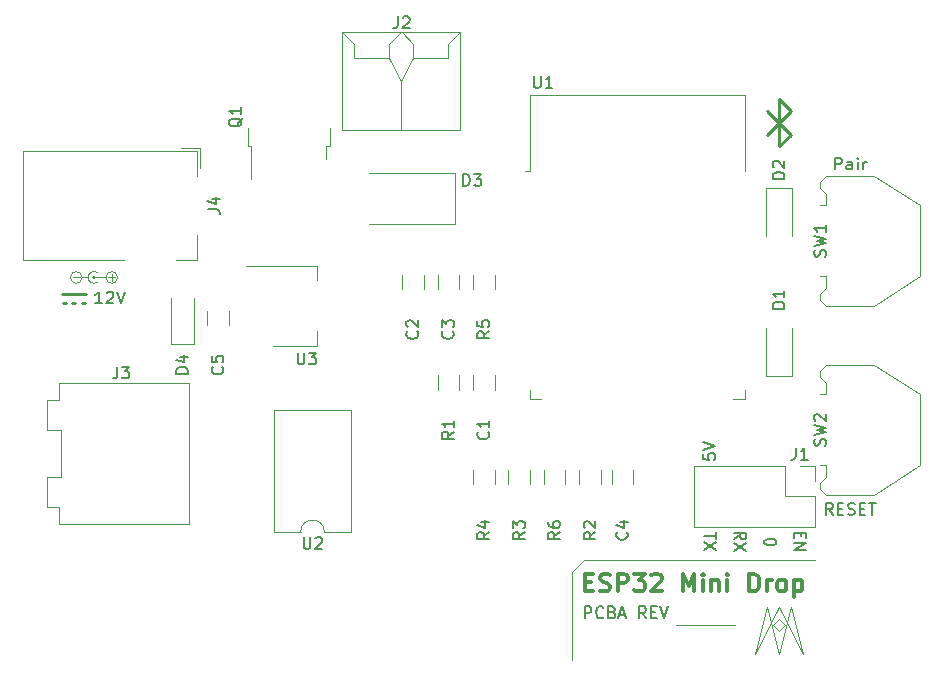
<source format=gbr>
%TF.GenerationSoftware,KiCad,Pcbnew,(5.1.6)-1*%
%TF.CreationDate,2020-09-26T11:25:42+02:00*%
%TF.ProjectId,ESP32MiniDrop,45535033-324d-4696-9e69-44726f702e6b,rev?*%
%TF.SameCoordinates,Original*%
%TF.FileFunction,Legend,Top*%
%TF.FilePolarity,Positive*%
%FSLAX46Y46*%
G04 Gerber Fmt 4.6, Leading zero omitted, Abs format (unit mm)*
G04 Created by KiCad (PCBNEW (5.1.6)-1) date 2020-09-26 11:25:42*
%MOMM*%
%LPD*%
G01*
G04 APERTURE LIST*
%ADD10C,0.150000*%
%ADD11C,0.120000*%
%ADD12C,0.200000*%
%ADD13C,0.250000*%
%ADD14C,0.300000*%
G04 APERTURE END LIST*
D10*
X55586380Y-36004476D02*
X55586380Y-36480666D01*
X56062571Y-36528285D01*
X56014952Y-36480666D01*
X55967333Y-36385428D01*
X55967333Y-36147333D01*
X56014952Y-36052095D01*
X56062571Y-36004476D01*
X56157809Y-35956857D01*
X56395904Y-35956857D01*
X56491142Y-36004476D01*
X56538761Y-36052095D01*
X56586380Y-36147333D01*
X56586380Y-36385428D01*
X56538761Y-36480666D01*
X56491142Y-36528285D01*
X55586380Y-35671142D02*
X56586380Y-35337809D01*
X55586380Y-35004476D01*
X56681619Y-42672095D02*
X56681619Y-43243523D01*
X55681619Y-42957809D02*
X56681619Y-42957809D01*
X56681619Y-43481619D02*
X55681619Y-44148285D01*
X56681619Y-44148285D02*
X55681619Y-43481619D01*
X58221619Y-43267333D02*
X58697809Y-42934000D01*
X58221619Y-42695904D02*
X59221619Y-42695904D01*
X59221619Y-43076857D01*
X59174000Y-43172095D01*
X59126380Y-43219714D01*
X59031142Y-43267333D01*
X58888285Y-43267333D01*
X58793047Y-43219714D01*
X58745428Y-43172095D01*
X58697809Y-43076857D01*
X58697809Y-42695904D01*
X59221619Y-43600666D02*
X58221619Y-44267333D01*
X59221619Y-44267333D02*
X58221619Y-43600666D01*
X61761619Y-43452380D02*
X61761619Y-43547619D01*
X61714000Y-43642857D01*
X61666380Y-43690476D01*
X61571142Y-43738095D01*
X61380666Y-43785714D01*
X61142571Y-43785714D01*
X60952095Y-43738095D01*
X60856857Y-43690476D01*
X60809238Y-43642857D01*
X60761619Y-43547619D01*
X60761619Y-43452380D01*
X60809238Y-43357142D01*
X60856857Y-43309523D01*
X60952095Y-43261904D01*
X61142571Y-43214285D01*
X61380666Y-43214285D01*
X61571142Y-43261904D01*
X61666380Y-43309523D01*
X61714000Y-43357142D01*
X61761619Y-43452380D01*
X63825428Y-42695904D02*
X63825428Y-43029238D01*
X63301619Y-43172095D02*
X63301619Y-42695904D01*
X64301619Y-42695904D01*
X64301619Y-43172095D01*
X63301619Y-43600666D02*
X64301619Y-43600666D01*
X63301619Y-44172095D01*
X64301619Y-44172095D01*
D11*
X62000000Y-50000000D02*
X61500000Y-50500000D01*
X62500000Y-50500000D02*
X62000000Y-50000000D01*
X62000000Y-51000000D02*
X62500000Y-50500000D01*
X61500000Y-50500000D02*
X62000000Y-51000000D01*
X62000000Y-49000000D02*
X60000000Y-53000000D01*
X64000000Y-53000000D02*
X62000000Y-49000000D01*
X63000000Y-49000000D02*
X64000000Y-53000000D01*
X62000000Y-53000000D02*
X63000000Y-49000000D01*
X61000000Y-49000000D02*
X62000000Y-53000000D01*
X60000000Y-53000000D02*
X61000000Y-49000000D01*
X2200000Y-21100000D02*
X2800000Y-21100000D01*
X3000000Y-21100000D02*
G75*
G03*
X3000000Y-21100000I-500000J0D01*
G01*
X3500000Y-21100000D02*
X3000000Y-21100000D01*
X4300000Y-21500000D02*
G75*
G02*
X4300000Y-20700000I-300000J400000D01*
G01*
X5200000Y-21100000D02*
X5800000Y-21100000D01*
X5500000Y-20800000D02*
X5500000Y-21400000D01*
X6000000Y-21100000D02*
G75*
G03*
X6000000Y-21100000I-500000J0D01*
G01*
X4000000Y-21100000D02*
X5000000Y-21100000D01*
D12*
X4100000Y-21100000D02*
G75*
G03*
X4100000Y-21100000I-100000J0D01*
G01*
D13*
X3000000Y-23300000D02*
X3250000Y-23300000D01*
X2150000Y-23300000D02*
X2400000Y-23300000D01*
X1350000Y-23300000D02*
X1600000Y-23300000D01*
X1300000Y-22500000D02*
X3300000Y-22500000D01*
D10*
X4680952Y-23302380D02*
X4109523Y-23302380D01*
X4395238Y-23302380D02*
X4395238Y-22302380D01*
X4300000Y-22445238D01*
X4204761Y-22540476D01*
X4109523Y-22588095D01*
X5061904Y-22397619D02*
X5109523Y-22350000D01*
X5204761Y-22302380D01*
X5442857Y-22302380D01*
X5538095Y-22350000D01*
X5585714Y-22397619D01*
X5633333Y-22492857D01*
X5633333Y-22588095D01*
X5585714Y-22730952D01*
X5014285Y-23302380D01*
X5633333Y-23302380D01*
X5919047Y-22302380D02*
X6252380Y-23302380D01*
X6585714Y-22302380D01*
X66547619Y-41202380D02*
X66214285Y-40726190D01*
X65976190Y-41202380D02*
X65976190Y-40202380D01*
X66357142Y-40202380D01*
X66452380Y-40250000D01*
X66500000Y-40297619D01*
X66547619Y-40392857D01*
X66547619Y-40535714D01*
X66500000Y-40630952D01*
X66452380Y-40678571D01*
X66357142Y-40726190D01*
X65976190Y-40726190D01*
X66976190Y-40678571D02*
X67309523Y-40678571D01*
X67452380Y-41202380D02*
X66976190Y-41202380D01*
X66976190Y-40202380D01*
X67452380Y-40202380D01*
X67833333Y-41154761D02*
X67976190Y-41202380D01*
X68214285Y-41202380D01*
X68309523Y-41154761D01*
X68357142Y-41107142D01*
X68404761Y-41011904D01*
X68404761Y-40916666D01*
X68357142Y-40821428D01*
X68309523Y-40773809D01*
X68214285Y-40726190D01*
X68023809Y-40678571D01*
X67928571Y-40630952D01*
X67880952Y-40583333D01*
X67833333Y-40488095D01*
X67833333Y-40392857D01*
X67880952Y-40297619D01*
X67928571Y-40250000D01*
X68023809Y-40202380D01*
X68261904Y-40202380D01*
X68404761Y-40250000D01*
X68833333Y-40678571D02*
X69166666Y-40678571D01*
X69309523Y-41202380D02*
X68833333Y-41202380D01*
X68833333Y-40202380D01*
X69309523Y-40202380D01*
X69595238Y-40202380D02*
X70166666Y-40202380D01*
X69880952Y-41202380D02*
X69880952Y-40202380D01*
X66738095Y-11952380D02*
X66738095Y-10952380D01*
X67119047Y-10952380D01*
X67214285Y-11000000D01*
X67261904Y-11047619D01*
X67309523Y-11142857D01*
X67309523Y-11285714D01*
X67261904Y-11380952D01*
X67214285Y-11428571D01*
X67119047Y-11476190D01*
X66738095Y-11476190D01*
X68166666Y-11952380D02*
X68166666Y-11428571D01*
X68119047Y-11333333D01*
X68023809Y-11285714D01*
X67833333Y-11285714D01*
X67738095Y-11333333D01*
X68166666Y-11904761D02*
X68071428Y-11952380D01*
X67833333Y-11952380D01*
X67738095Y-11904761D01*
X67690476Y-11809523D01*
X67690476Y-11714285D01*
X67738095Y-11619047D01*
X67833333Y-11571428D01*
X68071428Y-11571428D01*
X68166666Y-11523809D01*
X68642857Y-11952380D02*
X68642857Y-11285714D01*
X68642857Y-10952380D02*
X68595238Y-11000000D01*
X68642857Y-11047619D01*
X68690476Y-11000000D01*
X68642857Y-10952380D01*
X68642857Y-11047619D01*
X69119047Y-11952380D02*
X69119047Y-11285714D01*
X69119047Y-11476190D02*
X69166666Y-11380952D01*
X69214285Y-11333333D01*
X69309523Y-11285714D01*
X69404761Y-11285714D01*
D13*
X62000000Y-8000000D02*
X61000000Y-9000000D01*
X63000000Y-9000000D02*
X62000000Y-8000000D01*
X62000000Y-10000000D02*
X63000000Y-9000000D01*
X62000000Y-6000000D02*
X62000000Y-10000000D01*
X63000000Y-7000000D02*
X62000000Y-6000000D01*
X62000000Y-8000000D02*
X63000000Y-7000000D01*
X61000000Y-7000000D02*
X62000000Y-8000000D01*
D11*
X53250000Y-50500000D02*
X58250000Y-50500000D01*
D10*
X45547619Y-49952380D02*
X45547619Y-48952380D01*
X45928571Y-48952380D01*
X46023809Y-49000000D01*
X46071428Y-49047619D01*
X46119047Y-49142857D01*
X46119047Y-49285714D01*
X46071428Y-49380952D01*
X46023809Y-49428571D01*
X45928571Y-49476190D01*
X45547619Y-49476190D01*
X47119047Y-49857142D02*
X47071428Y-49904761D01*
X46928571Y-49952380D01*
X46833333Y-49952380D01*
X46690476Y-49904761D01*
X46595238Y-49809523D01*
X46547619Y-49714285D01*
X46500000Y-49523809D01*
X46500000Y-49380952D01*
X46547619Y-49190476D01*
X46595238Y-49095238D01*
X46690476Y-49000000D01*
X46833333Y-48952380D01*
X46928571Y-48952380D01*
X47071428Y-49000000D01*
X47119047Y-49047619D01*
X47880952Y-49428571D02*
X48023809Y-49476190D01*
X48071428Y-49523809D01*
X48119047Y-49619047D01*
X48119047Y-49761904D01*
X48071428Y-49857142D01*
X48023809Y-49904761D01*
X47928571Y-49952380D01*
X47547619Y-49952380D01*
X47547619Y-48952380D01*
X47880952Y-48952380D01*
X47976190Y-49000000D01*
X48023809Y-49047619D01*
X48071428Y-49142857D01*
X48071428Y-49238095D01*
X48023809Y-49333333D01*
X47976190Y-49380952D01*
X47880952Y-49428571D01*
X47547619Y-49428571D01*
X48500000Y-49666666D02*
X48976190Y-49666666D01*
X48404761Y-49952380D02*
X48738095Y-48952380D01*
X49071428Y-49952380D01*
X50738095Y-49952380D02*
X50404761Y-49476190D01*
X50166666Y-49952380D02*
X50166666Y-48952380D01*
X50547619Y-48952380D01*
X50642857Y-49000000D01*
X50690476Y-49047619D01*
X50738095Y-49142857D01*
X50738095Y-49285714D01*
X50690476Y-49380952D01*
X50642857Y-49428571D01*
X50547619Y-49476190D01*
X50166666Y-49476190D01*
X51166666Y-49428571D02*
X51500000Y-49428571D01*
X51642857Y-49952380D02*
X51166666Y-49952380D01*
X51166666Y-48952380D01*
X51642857Y-48952380D01*
X51928571Y-48952380D02*
X52261904Y-49952380D01*
X52595238Y-48952380D01*
D11*
X44500000Y-48000000D02*
X44500000Y-53500000D01*
X45500000Y-45000000D02*
X65000000Y-45000000D01*
X44500000Y-46000000D02*
X45500000Y-45000000D01*
X44500000Y-48000000D02*
X44500000Y-46000000D01*
D14*
X45552142Y-46892857D02*
X46052142Y-46892857D01*
X46266428Y-47678571D02*
X45552142Y-47678571D01*
X45552142Y-46178571D01*
X46266428Y-46178571D01*
X46837857Y-47607142D02*
X47052142Y-47678571D01*
X47409285Y-47678571D01*
X47552142Y-47607142D01*
X47623571Y-47535714D01*
X47695000Y-47392857D01*
X47695000Y-47250000D01*
X47623571Y-47107142D01*
X47552142Y-47035714D01*
X47409285Y-46964285D01*
X47123571Y-46892857D01*
X46980714Y-46821428D01*
X46909285Y-46750000D01*
X46837857Y-46607142D01*
X46837857Y-46464285D01*
X46909285Y-46321428D01*
X46980714Y-46250000D01*
X47123571Y-46178571D01*
X47480714Y-46178571D01*
X47695000Y-46250000D01*
X48337857Y-47678571D02*
X48337857Y-46178571D01*
X48909285Y-46178571D01*
X49052142Y-46250000D01*
X49123571Y-46321428D01*
X49195000Y-46464285D01*
X49195000Y-46678571D01*
X49123571Y-46821428D01*
X49052142Y-46892857D01*
X48909285Y-46964285D01*
X48337857Y-46964285D01*
X49695000Y-46178571D02*
X50623571Y-46178571D01*
X50123571Y-46750000D01*
X50337857Y-46750000D01*
X50480714Y-46821428D01*
X50552142Y-46892857D01*
X50623571Y-47035714D01*
X50623571Y-47392857D01*
X50552142Y-47535714D01*
X50480714Y-47607142D01*
X50337857Y-47678571D01*
X49909285Y-47678571D01*
X49766428Y-47607142D01*
X49695000Y-47535714D01*
X51195000Y-46321428D02*
X51266428Y-46250000D01*
X51409285Y-46178571D01*
X51766428Y-46178571D01*
X51909285Y-46250000D01*
X51980714Y-46321428D01*
X52052142Y-46464285D01*
X52052142Y-46607142D01*
X51980714Y-46821428D01*
X51123571Y-47678571D01*
X52052142Y-47678571D01*
X53837857Y-47678571D02*
X53837857Y-46178571D01*
X54337857Y-47250000D01*
X54837857Y-46178571D01*
X54837857Y-47678571D01*
X55552142Y-47678571D02*
X55552142Y-46678571D01*
X55552142Y-46178571D02*
X55480714Y-46250000D01*
X55552142Y-46321428D01*
X55623571Y-46250000D01*
X55552142Y-46178571D01*
X55552142Y-46321428D01*
X56266428Y-46678571D02*
X56266428Y-47678571D01*
X56266428Y-46821428D02*
X56337857Y-46750000D01*
X56480714Y-46678571D01*
X56695000Y-46678571D01*
X56837857Y-46750000D01*
X56909285Y-46892857D01*
X56909285Y-47678571D01*
X57623571Y-47678571D02*
X57623571Y-46678571D01*
X57623571Y-46178571D02*
X57552142Y-46250000D01*
X57623571Y-46321428D01*
X57695000Y-46250000D01*
X57623571Y-46178571D01*
X57623571Y-46321428D01*
X59480714Y-47678571D02*
X59480714Y-46178571D01*
X59837857Y-46178571D01*
X60052142Y-46250000D01*
X60195000Y-46392857D01*
X60266428Y-46535714D01*
X60337857Y-46821428D01*
X60337857Y-47035714D01*
X60266428Y-47321428D01*
X60195000Y-47464285D01*
X60052142Y-47607142D01*
X59837857Y-47678571D01*
X59480714Y-47678571D01*
X60980714Y-47678571D02*
X60980714Y-46678571D01*
X60980714Y-46964285D02*
X61052142Y-46821428D01*
X61123571Y-46750000D01*
X61266428Y-46678571D01*
X61409285Y-46678571D01*
X62123571Y-47678571D02*
X61980714Y-47607142D01*
X61909285Y-47535714D01*
X61837857Y-47392857D01*
X61837857Y-46964285D01*
X61909285Y-46821428D01*
X61980714Y-46750000D01*
X62123571Y-46678571D01*
X62337857Y-46678571D01*
X62480714Y-46750000D01*
X62552142Y-46821428D01*
X62623571Y-46964285D01*
X62623571Y-47392857D01*
X62552142Y-47535714D01*
X62480714Y-47607142D01*
X62337857Y-47678571D01*
X62123571Y-47678571D01*
X63266428Y-46678571D02*
X63266428Y-48178571D01*
X63266428Y-46750000D02*
X63409285Y-46678571D01*
X63695000Y-46678571D01*
X63837857Y-46750000D01*
X63909285Y-46821428D01*
X63980714Y-46964285D01*
X63980714Y-47392857D01*
X63909285Y-47535714D01*
X63837857Y-47607142D01*
X63695000Y-47678571D01*
X63409285Y-47678571D01*
X63266428Y-47607142D01*
D11*
%TO.C,J3*%
X12000000Y-30000000D02*
X1000000Y-30000000D01*
X1000000Y-42000000D02*
X12000000Y-42000000D01*
X0Y-34000000D02*
X1200000Y-34000000D01*
X1200000Y-38000000D02*
X0Y-38000000D01*
X1200000Y-34000000D02*
X1200000Y-38000000D01*
X0Y-34000000D02*
X0Y-31500000D01*
X0Y-31500000D02*
X1000000Y-31500000D01*
X1000000Y-31500000D02*
X1000000Y-30000000D01*
X0Y-38000000D02*
X0Y-40500000D01*
X0Y-40500000D02*
X1000000Y-40500000D01*
X1000000Y-40500000D02*
X1000000Y-42000000D01*
X12000000Y-42000000D02*
X12000000Y-30000000D01*
%TO.C,SW2*%
X66000000Y-30000000D02*
X66000000Y-31000000D01*
X65500000Y-29500000D02*
X66000000Y-30000000D01*
X66000000Y-31000000D02*
X65500000Y-31000000D01*
X66000000Y-28500000D02*
X65500000Y-29000000D01*
X65500000Y-29000000D02*
X65500000Y-29500000D01*
X66000000Y-37000000D02*
X65500000Y-37000000D01*
X66000000Y-38000000D02*
X66000000Y-37000000D01*
X65500000Y-38500000D02*
X66000000Y-38000000D01*
X65500000Y-39000000D02*
X65500000Y-38500000D01*
X66000000Y-39500000D02*
X65500000Y-39000000D01*
X73900000Y-37000000D02*
X70000000Y-39500000D01*
X70000000Y-39500000D02*
X66000000Y-39500000D01*
X70000000Y-28500000D02*
X66000000Y-28500000D01*
X73900000Y-31000000D02*
X70000000Y-28500000D01*
X73900000Y-34000000D02*
X73900000Y-31000000D01*
X73900000Y-37000000D02*
X73900000Y-34000000D01*
%TO.C,SW1*%
X66000000Y-14000000D02*
X66000000Y-15000000D01*
X65500000Y-13500000D02*
X66000000Y-14000000D01*
X66000000Y-15000000D02*
X65500000Y-15000000D01*
X66000000Y-12500000D02*
X65500000Y-13000000D01*
X65500000Y-13000000D02*
X65500000Y-13500000D01*
X66000000Y-21000000D02*
X65500000Y-21000000D01*
X66000000Y-22000000D02*
X66000000Y-21000000D01*
X65500000Y-22500000D02*
X66000000Y-22000000D01*
X65500000Y-23000000D02*
X65500000Y-22500000D01*
X66000000Y-23500000D02*
X65500000Y-23000000D01*
X73900000Y-21000000D02*
X70000000Y-23500000D01*
X70000000Y-23500000D02*
X66000000Y-23500000D01*
X70000000Y-12500000D02*
X66000000Y-12500000D01*
X73900000Y-15000000D02*
X70000000Y-12500000D01*
X73900000Y-18000000D02*
X73900000Y-15000000D01*
X73900000Y-21000000D02*
X73900000Y-18000000D01*
%TO.C,J4*%
X6500000Y-19600000D02*
X-2000000Y-19600000D01*
X-2000000Y-19600000D02*
X-2000000Y-10400000D01*
X-2000000Y-10400000D02*
X12700000Y-10400000D01*
X12700000Y-17500000D02*
X12700000Y-19600000D01*
X12700000Y-19600000D02*
X10900000Y-19600000D01*
X13000000Y-11800000D02*
X13000000Y-10100000D01*
X13000000Y-10100000D02*
X11400000Y-10100000D01*
X12700000Y-10400000D02*
X12700000Y-12500000D01*
%TO.C,J2*%
X30000000Y-4500000D02*
X30000000Y-8650000D01*
X30000000Y-4500000D02*
X31000000Y-2500000D01*
X29000000Y-2500000D02*
X30000000Y-4500000D01*
X35000000Y-350000D02*
X34000000Y-1350000D01*
X34000000Y-1350000D02*
X34000000Y-2500000D01*
X31000000Y-2500000D02*
X31000000Y-1350000D01*
X34000000Y-2500000D02*
X31000000Y-2500000D01*
X31000000Y-1350000D02*
X30050000Y-350000D01*
X29000000Y-1350000D02*
X29950000Y-350000D01*
X29000000Y-2500000D02*
X29000000Y-1350000D01*
X26000000Y-2500000D02*
X29000000Y-2500000D01*
X26000000Y-1350000D02*
X26000000Y-2500000D01*
X25000000Y-350000D02*
X26000000Y-1350000D01*
X35000000Y-8650000D02*
X25000000Y-8650000D01*
X35000000Y-350000D02*
X35000000Y-8650000D01*
X25000000Y-350000D02*
X35000000Y-350000D01*
X25000000Y-8650000D02*
X25000000Y-350000D01*
%TO.C,U2*%
X19265000Y-42640000D02*
X21500000Y-42640000D01*
X19265000Y-32360000D02*
X19265000Y-42640000D01*
X25735000Y-32360000D02*
X19265000Y-32360000D01*
X25735000Y-42640000D02*
X25735000Y-32360000D01*
X23500000Y-42640000D02*
X25735000Y-42640000D01*
X21500000Y-42640000D02*
G75*
G02*
X23500000Y-42640000I1000000J0D01*
G01*
%TO.C,R3*%
X39090000Y-37397936D02*
X39090000Y-38602064D01*
X40910000Y-37397936D02*
X40910000Y-38602064D01*
%TO.C,U1*%
X40880000Y-12055000D02*
X40500000Y-12055000D01*
X40880000Y-5635000D02*
X40880000Y-12055000D01*
X59120000Y-5635000D02*
X59120000Y-12055000D01*
X40880000Y-5635000D02*
X59120000Y-5635000D01*
X59120000Y-31380000D02*
X58120000Y-31380000D01*
X59120000Y-30600000D02*
X59120000Y-31380000D01*
X40880000Y-31380000D02*
X41880000Y-31380000D01*
X40880000Y-30600000D02*
X40880000Y-31380000D01*
%TO.C,R5*%
X37910000Y-22102064D02*
X37910000Y-20897936D01*
X36090000Y-22102064D02*
X36090000Y-20897936D01*
%TO.C,R6*%
X43910000Y-38602064D02*
X43910000Y-37397936D01*
X42090000Y-38602064D02*
X42090000Y-37397936D01*
%TO.C,R4*%
X37910000Y-38602064D02*
X37910000Y-37397936D01*
X36090000Y-38602064D02*
X36090000Y-37397936D01*
%TO.C,R2*%
X46910000Y-38602064D02*
X46910000Y-37397936D01*
X45090000Y-38602064D02*
X45090000Y-37397936D01*
%TO.C,R1*%
X33090000Y-29397936D02*
X33090000Y-30602064D01*
X34910000Y-29397936D02*
X34910000Y-30602064D01*
%TO.C,C3*%
X34910000Y-22102064D02*
X34910000Y-20897936D01*
X33090000Y-22102064D02*
X33090000Y-20897936D01*
%TO.C,C4*%
X49660000Y-38602064D02*
X49660000Y-37397936D01*
X47840000Y-38602064D02*
X47840000Y-37397936D01*
%TO.C,C1*%
X36090000Y-29397936D02*
X36090000Y-30602064D01*
X37910000Y-29397936D02*
X37910000Y-30602064D01*
%TO.C,J1*%
X65084000Y-37024000D02*
X65084000Y-38354000D01*
X63754000Y-37024000D02*
X65084000Y-37024000D01*
X65084000Y-39624000D02*
X65084000Y-42224000D01*
X62484000Y-39624000D02*
X65084000Y-39624000D01*
X62484000Y-37024000D02*
X62484000Y-39624000D01*
X65084000Y-42224000D02*
X54804000Y-42224000D01*
X62484000Y-37024000D02*
X54804000Y-37024000D01*
X54804000Y-37024000D02*
X54804000Y-42224000D01*
%TO.C,C2*%
X30090000Y-20897936D02*
X30090000Y-22102064D01*
X31910000Y-20897936D02*
X31910000Y-22102064D01*
%TO.C,C5*%
X13590000Y-23897936D02*
X13590000Y-25102064D01*
X15410000Y-23897936D02*
X15410000Y-25102064D01*
%TO.C,D1*%
X63135000Y-29460000D02*
X63135000Y-25400000D01*
X60865000Y-29460000D02*
X63135000Y-29460000D01*
X60865000Y-25400000D02*
X60865000Y-29460000D01*
%TO.C,D2*%
X60865000Y-13540000D02*
X60865000Y-17600000D01*
X63135000Y-13540000D02*
X60865000Y-13540000D01*
X63135000Y-17600000D02*
X63135000Y-13540000D01*
%TO.C,D4*%
X10500000Y-26700000D02*
X10500000Y-22850000D01*
X12500000Y-26700000D02*
X12500000Y-22850000D01*
X10500000Y-26700000D02*
X12500000Y-26700000D01*
%TO.C,D3*%
X34600000Y-16550000D02*
X27300000Y-16550000D01*
X34600000Y-12250000D02*
X27300000Y-12250000D01*
X34600000Y-16550000D02*
X34600000Y-12250000D01*
%TO.C,U3*%
X16900000Y-20090000D02*
X22910000Y-20090000D01*
X19150000Y-26910000D02*
X22910000Y-26910000D01*
X22910000Y-20090000D02*
X22910000Y-21350000D01*
X22910000Y-26910000D02*
X22910000Y-25650000D01*
%TO.C,Q1*%
X23680000Y-9970000D02*
X23680000Y-11070000D01*
X23950000Y-9970000D02*
X23680000Y-9970000D01*
X23950000Y-8470000D02*
X23950000Y-9970000D01*
X17320000Y-9970000D02*
X17320000Y-12800000D01*
X17050000Y-9970000D02*
X17320000Y-9970000D01*
X17050000Y-8470000D02*
X17050000Y-9970000D01*
%TO.C,J3*%
D10*
X5966666Y-28652380D02*
X5966666Y-29366666D01*
X5919047Y-29509523D01*
X5823809Y-29604761D01*
X5680952Y-29652380D01*
X5585714Y-29652380D01*
X6347619Y-28652380D02*
X6966666Y-28652380D01*
X6633333Y-29033333D01*
X6776190Y-29033333D01*
X6871428Y-29080952D01*
X6919047Y-29128571D01*
X6966666Y-29223809D01*
X6966666Y-29461904D01*
X6919047Y-29557142D01*
X6871428Y-29604761D01*
X6776190Y-29652380D01*
X6490476Y-29652380D01*
X6395238Y-29604761D01*
X6347619Y-29557142D01*
%TO.C,SW2*%
X65904761Y-35333333D02*
X65952380Y-35190476D01*
X65952380Y-34952380D01*
X65904761Y-34857142D01*
X65857142Y-34809523D01*
X65761904Y-34761904D01*
X65666666Y-34761904D01*
X65571428Y-34809523D01*
X65523809Y-34857142D01*
X65476190Y-34952380D01*
X65428571Y-35142857D01*
X65380952Y-35238095D01*
X65333333Y-35285714D01*
X65238095Y-35333333D01*
X65142857Y-35333333D01*
X65047619Y-35285714D01*
X65000000Y-35238095D01*
X64952380Y-35142857D01*
X64952380Y-34904761D01*
X65000000Y-34761904D01*
X64952380Y-34428571D02*
X65952380Y-34190476D01*
X65238095Y-34000000D01*
X65952380Y-33809523D01*
X64952380Y-33571428D01*
X65047619Y-33238095D02*
X65000000Y-33190476D01*
X64952380Y-33095238D01*
X64952380Y-32857142D01*
X65000000Y-32761904D01*
X65047619Y-32714285D01*
X65142857Y-32666666D01*
X65238095Y-32666666D01*
X65380952Y-32714285D01*
X65952380Y-33285714D01*
X65952380Y-32666666D01*
%TO.C,SW1*%
X65904761Y-19333333D02*
X65952380Y-19190476D01*
X65952380Y-18952380D01*
X65904761Y-18857142D01*
X65857142Y-18809523D01*
X65761904Y-18761904D01*
X65666666Y-18761904D01*
X65571428Y-18809523D01*
X65523809Y-18857142D01*
X65476190Y-18952380D01*
X65428571Y-19142857D01*
X65380952Y-19238095D01*
X65333333Y-19285714D01*
X65238095Y-19333333D01*
X65142857Y-19333333D01*
X65047619Y-19285714D01*
X65000000Y-19238095D01*
X64952380Y-19142857D01*
X64952380Y-18904761D01*
X65000000Y-18761904D01*
X64952380Y-18428571D02*
X65952380Y-18190476D01*
X65238095Y-18000000D01*
X65952380Y-17809523D01*
X64952380Y-17571428D01*
X65952380Y-16666666D02*
X65952380Y-17238095D01*
X65952380Y-16952380D02*
X64952380Y-16952380D01*
X65095238Y-17047619D01*
X65190476Y-17142857D01*
X65238095Y-17238095D01*
%TO.C,J4*%
X13652380Y-15333333D02*
X14366666Y-15333333D01*
X14509523Y-15380952D01*
X14604761Y-15476190D01*
X14652380Y-15619047D01*
X14652380Y-15714285D01*
X13985714Y-14428571D02*
X14652380Y-14428571D01*
X13604761Y-14666666D02*
X14319047Y-14904761D01*
X14319047Y-14285714D01*
%TO.C,J2*%
X29716666Y997619D02*
X29716666Y283333D01*
X29669047Y140476D01*
X29573809Y45238D01*
X29430952Y-2380D01*
X29335714Y-2380D01*
X30145238Y902380D02*
X30192857Y950000D01*
X30288095Y997619D01*
X30526190Y997619D01*
X30621428Y950000D01*
X30669047Y902380D01*
X30716666Y807142D01*
X30716666Y711904D01*
X30669047Y569047D01*
X30097619Y-2380D01*
X30716666Y-2380D01*
%TO.C,U2*%
X21738095Y-43092380D02*
X21738095Y-43901904D01*
X21785714Y-43997142D01*
X21833333Y-44044761D01*
X21928571Y-44092380D01*
X22119047Y-44092380D01*
X22214285Y-44044761D01*
X22261904Y-43997142D01*
X22309523Y-43901904D01*
X22309523Y-43092380D01*
X22738095Y-43187619D02*
X22785714Y-43140000D01*
X22880952Y-43092380D01*
X23119047Y-43092380D01*
X23214285Y-43140000D01*
X23261904Y-43187619D01*
X23309523Y-43282857D01*
X23309523Y-43378095D01*
X23261904Y-43520952D01*
X22690476Y-44092380D01*
X23309523Y-44092380D01*
%TO.C,R3*%
X40452380Y-42666666D02*
X39976190Y-43000000D01*
X40452380Y-43238095D02*
X39452380Y-43238095D01*
X39452380Y-42857142D01*
X39500000Y-42761904D01*
X39547619Y-42714285D01*
X39642857Y-42666666D01*
X39785714Y-42666666D01*
X39880952Y-42714285D01*
X39928571Y-42761904D01*
X39976190Y-42857142D01*
X39976190Y-43238095D01*
X39452380Y-42333333D02*
X39452380Y-41714285D01*
X39833333Y-42047619D01*
X39833333Y-41904761D01*
X39880952Y-41809523D01*
X39928571Y-41761904D01*
X40023809Y-41714285D01*
X40261904Y-41714285D01*
X40357142Y-41761904D01*
X40404761Y-41809523D01*
X40452380Y-41904761D01*
X40452380Y-42190476D01*
X40404761Y-42285714D01*
X40357142Y-42333333D01*
%TO.C,U1*%
X41238095Y-4052380D02*
X41238095Y-4861904D01*
X41285714Y-4957142D01*
X41333333Y-5004761D01*
X41428571Y-5052380D01*
X41619047Y-5052380D01*
X41714285Y-5004761D01*
X41761904Y-4957142D01*
X41809523Y-4861904D01*
X41809523Y-4052380D01*
X42809523Y-5052380D02*
X42238095Y-5052380D01*
X42523809Y-5052380D02*
X42523809Y-4052380D01*
X42428571Y-4195238D01*
X42333333Y-4290476D01*
X42238095Y-4338095D01*
%TO.C,R5*%
X37452380Y-25666666D02*
X36976190Y-26000000D01*
X37452380Y-26238095D02*
X36452380Y-26238095D01*
X36452380Y-25857142D01*
X36500000Y-25761904D01*
X36547619Y-25714285D01*
X36642857Y-25666666D01*
X36785714Y-25666666D01*
X36880952Y-25714285D01*
X36928571Y-25761904D01*
X36976190Y-25857142D01*
X36976190Y-26238095D01*
X36452380Y-24761904D02*
X36452380Y-25238095D01*
X36928571Y-25285714D01*
X36880952Y-25238095D01*
X36833333Y-25142857D01*
X36833333Y-24904761D01*
X36880952Y-24809523D01*
X36928571Y-24761904D01*
X37023809Y-24714285D01*
X37261904Y-24714285D01*
X37357142Y-24761904D01*
X37404761Y-24809523D01*
X37452380Y-24904761D01*
X37452380Y-25142857D01*
X37404761Y-25238095D01*
X37357142Y-25285714D01*
%TO.C,R6*%
X43452380Y-42666666D02*
X42976190Y-43000000D01*
X43452380Y-43238095D02*
X42452380Y-43238095D01*
X42452380Y-42857142D01*
X42500000Y-42761904D01*
X42547619Y-42714285D01*
X42642857Y-42666666D01*
X42785714Y-42666666D01*
X42880952Y-42714285D01*
X42928571Y-42761904D01*
X42976190Y-42857142D01*
X42976190Y-43238095D01*
X42452380Y-41809523D02*
X42452380Y-42000000D01*
X42500000Y-42095238D01*
X42547619Y-42142857D01*
X42690476Y-42238095D01*
X42880952Y-42285714D01*
X43261904Y-42285714D01*
X43357142Y-42238095D01*
X43404761Y-42190476D01*
X43452380Y-42095238D01*
X43452380Y-41904761D01*
X43404761Y-41809523D01*
X43357142Y-41761904D01*
X43261904Y-41714285D01*
X43023809Y-41714285D01*
X42928571Y-41761904D01*
X42880952Y-41809523D01*
X42833333Y-41904761D01*
X42833333Y-42095238D01*
X42880952Y-42190476D01*
X42928571Y-42238095D01*
X43023809Y-42285714D01*
%TO.C,R4*%
X37452380Y-42666666D02*
X36976190Y-43000000D01*
X37452380Y-43238095D02*
X36452380Y-43238095D01*
X36452380Y-42857142D01*
X36500000Y-42761904D01*
X36547619Y-42714285D01*
X36642857Y-42666666D01*
X36785714Y-42666666D01*
X36880952Y-42714285D01*
X36928571Y-42761904D01*
X36976190Y-42857142D01*
X36976190Y-43238095D01*
X36785714Y-41809523D02*
X37452380Y-41809523D01*
X36404761Y-42047619D02*
X37119047Y-42285714D01*
X37119047Y-41666666D01*
%TO.C,R2*%
X46452380Y-42666666D02*
X45976190Y-43000000D01*
X46452380Y-43238095D02*
X45452380Y-43238095D01*
X45452380Y-42857142D01*
X45500000Y-42761904D01*
X45547619Y-42714285D01*
X45642857Y-42666666D01*
X45785714Y-42666666D01*
X45880952Y-42714285D01*
X45928571Y-42761904D01*
X45976190Y-42857142D01*
X45976190Y-43238095D01*
X45547619Y-42285714D02*
X45500000Y-42238095D01*
X45452380Y-42142857D01*
X45452380Y-41904761D01*
X45500000Y-41809523D01*
X45547619Y-41761904D01*
X45642857Y-41714285D01*
X45738095Y-41714285D01*
X45880952Y-41761904D01*
X46452380Y-42333333D01*
X46452380Y-41714285D01*
%TO.C,R1*%
X34452380Y-34166666D02*
X33976190Y-34500000D01*
X34452380Y-34738095D02*
X33452380Y-34738095D01*
X33452380Y-34357142D01*
X33500000Y-34261904D01*
X33547619Y-34214285D01*
X33642857Y-34166666D01*
X33785714Y-34166666D01*
X33880952Y-34214285D01*
X33928571Y-34261904D01*
X33976190Y-34357142D01*
X33976190Y-34738095D01*
X34452380Y-33214285D02*
X34452380Y-33785714D01*
X34452380Y-33500000D02*
X33452380Y-33500000D01*
X33595238Y-33595238D01*
X33690476Y-33690476D01*
X33738095Y-33785714D01*
%TO.C,C3*%
X34357142Y-25666666D02*
X34404761Y-25714285D01*
X34452380Y-25857142D01*
X34452380Y-25952380D01*
X34404761Y-26095238D01*
X34309523Y-26190476D01*
X34214285Y-26238095D01*
X34023809Y-26285714D01*
X33880952Y-26285714D01*
X33690476Y-26238095D01*
X33595238Y-26190476D01*
X33500000Y-26095238D01*
X33452380Y-25952380D01*
X33452380Y-25857142D01*
X33500000Y-25714285D01*
X33547619Y-25666666D01*
X33452380Y-25333333D02*
X33452380Y-24714285D01*
X33833333Y-25047619D01*
X33833333Y-24904761D01*
X33880952Y-24809523D01*
X33928571Y-24761904D01*
X34023809Y-24714285D01*
X34261904Y-24714285D01*
X34357142Y-24761904D01*
X34404761Y-24809523D01*
X34452380Y-24904761D01*
X34452380Y-25190476D01*
X34404761Y-25285714D01*
X34357142Y-25333333D01*
%TO.C,C4*%
X49107142Y-42666666D02*
X49154761Y-42714285D01*
X49202380Y-42857142D01*
X49202380Y-42952380D01*
X49154761Y-43095238D01*
X49059523Y-43190476D01*
X48964285Y-43238095D01*
X48773809Y-43285714D01*
X48630952Y-43285714D01*
X48440476Y-43238095D01*
X48345238Y-43190476D01*
X48250000Y-43095238D01*
X48202380Y-42952380D01*
X48202380Y-42857142D01*
X48250000Y-42714285D01*
X48297619Y-42666666D01*
X48535714Y-41809523D02*
X49202380Y-41809523D01*
X48154761Y-42047619D02*
X48869047Y-42285714D01*
X48869047Y-41666666D01*
%TO.C,C1*%
X37357142Y-34166666D02*
X37404761Y-34214285D01*
X37452380Y-34357142D01*
X37452380Y-34452380D01*
X37404761Y-34595238D01*
X37309523Y-34690476D01*
X37214285Y-34738095D01*
X37023809Y-34785714D01*
X36880952Y-34785714D01*
X36690476Y-34738095D01*
X36595238Y-34690476D01*
X36500000Y-34595238D01*
X36452380Y-34452380D01*
X36452380Y-34357142D01*
X36500000Y-34214285D01*
X36547619Y-34166666D01*
X37452380Y-33214285D02*
X37452380Y-33785714D01*
X37452380Y-33500000D02*
X36452380Y-33500000D01*
X36595238Y-33595238D01*
X36690476Y-33690476D01*
X36738095Y-33785714D01*
%TO.C,J1*%
X63420666Y-35520380D02*
X63420666Y-36234666D01*
X63373047Y-36377523D01*
X63277809Y-36472761D01*
X63134952Y-36520380D01*
X63039714Y-36520380D01*
X64420666Y-36520380D02*
X63849238Y-36520380D01*
X64134952Y-36520380D02*
X64134952Y-35520380D01*
X64039714Y-35663238D01*
X63944476Y-35758476D01*
X63849238Y-35806095D01*
%TO.C,C2*%
X31357142Y-25666666D02*
X31404761Y-25714285D01*
X31452380Y-25857142D01*
X31452380Y-25952380D01*
X31404761Y-26095238D01*
X31309523Y-26190476D01*
X31214285Y-26238095D01*
X31023809Y-26285714D01*
X30880952Y-26285714D01*
X30690476Y-26238095D01*
X30595238Y-26190476D01*
X30500000Y-26095238D01*
X30452380Y-25952380D01*
X30452380Y-25857142D01*
X30500000Y-25714285D01*
X30547619Y-25666666D01*
X30547619Y-25285714D02*
X30500000Y-25238095D01*
X30452380Y-25142857D01*
X30452380Y-24904761D01*
X30500000Y-24809523D01*
X30547619Y-24761904D01*
X30642857Y-24714285D01*
X30738095Y-24714285D01*
X30880952Y-24761904D01*
X31452380Y-25333333D01*
X31452380Y-24714285D01*
%TO.C,C5*%
X14857142Y-28666666D02*
X14904761Y-28714285D01*
X14952380Y-28857142D01*
X14952380Y-28952380D01*
X14904761Y-29095238D01*
X14809523Y-29190476D01*
X14714285Y-29238095D01*
X14523809Y-29285714D01*
X14380952Y-29285714D01*
X14190476Y-29238095D01*
X14095238Y-29190476D01*
X14000000Y-29095238D01*
X13952380Y-28952380D01*
X13952380Y-28857142D01*
X14000000Y-28714285D01*
X14047619Y-28666666D01*
X13952380Y-27761904D02*
X13952380Y-28238095D01*
X14428571Y-28285714D01*
X14380952Y-28238095D01*
X14333333Y-28142857D01*
X14333333Y-27904761D01*
X14380952Y-27809523D01*
X14428571Y-27761904D01*
X14523809Y-27714285D01*
X14761904Y-27714285D01*
X14857142Y-27761904D01*
X14904761Y-27809523D01*
X14952380Y-27904761D01*
X14952380Y-28142857D01*
X14904761Y-28238095D01*
X14857142Y-28285714D01*
%TO.C,D1*%
X62452380Y-23738095D02*
X61452380Y-23738095D01*
X61452380Y-23500000D01*
X61500000Y-23357142D01*
X61595238Y-23261904D01*
X61690476Y-23214285D01*
X61880952Y-23166666D01*
X62023809Y-23166666D01*
X62214285Y-23214285D01*
X62309523Y-23261904D01*
X62404761Y-23357142D01*
X62452380Y-23500000D01*
X62452380Y-23738095D01*
X62452380Y-22214285D02*
X62452380Y-22785714D01*
X62452380Y-22500000D02*
X61452380Y-22500000D01*
X61595238Y-22595238D01*
X61690476Y-22690476D01*
X61738095Y-22785714D01*
%TO.C,D2*%
X62452380Y-12738095D02*
X61452380Y-12738095D01*
X61452380Y-12500000D01*
X61500000Y-12357142D01*
X61595238Y-12261904D01*
X61690476Y-12214285D01*
X61880952Y-12166666D01*
X62023809Y-12166666D01*
X62214285Y-12214285D01*
X62309523Y-12261904D01*
X62404761Y-12357142D01*
X62452380Y-12500000D01*
X62452380Y-12738095D01*
X61547619Y-11785714D02*
X61500000Y-11738095D01*
X61452380Y-11642857D01*
X61452380Y-11404761D01*
X61500000Y-11309523D01*
X61547619Y-11261904D01*
X61642857Y-11214285D01*
X61738095Y-11214285D01*
X61880952Y-11261904D01*
X62452380Y-11833333D01*
X62452380Y-11214285D01*
%TO.C,D4*%
X11952380Y-29238095D02*
X10952380Y-29238095D01*
X10952380Y-29000000D01*
X11000000Y-28857142D01*
X11095238Y-28761904D01*
X11190476Y-28714285D01*
X11380952Y-28666666D01*
X11523809Y-28666666D01*
X11714285Y-28714285D01*
X11809523Y-28761904D01*
X11904761Y-28857142D01*
X11952380Y-29000000D01*
X11952380Y-29238095D01*
X11285714Y-27809523D02*
X11952380Y-27809523D01*
X10904761Y-28047619D02*
X11619047Y-28285714D01*
X11619047Y-27666666D01*
%TO.C,D3*%
X35261904Y-13352380D02*
X35261904Y-12352380D01*
X35500000Y-12352380D01*
X35642857Y-12400000D01*
X35738095Y-12495238D01*
X35785714Y-12590476D01*
X35833333Y-12780952D01*
X35833333Y-12923809D01*
X35785714Y-13114285D01*
X35738095Y-13209523D01*
X35642857Y-13304761D01*
X35500000Y-13352380D01*
X35261904Y-13352380D01*
X36166666Y-12352380D02*
X36785714Y-12352380D01*
X36452380Y-12733333D01*
X36595238Y-12733333D01*
X36690476Y-12780952D01*
X36738095Y-12828571D01*
X36785714Y-12923809D01*
X36785714Y-13161904D01*
X36738095Y-13257142D01*
X36690476Y-13304761D01*
X36595238Y-13352380D01*
X36309523Y-13352380D01*
X36214285Y-13304761D01*
X36166666Y-13257142D01*
%TO.C,U3*%
X21238095Y-27452380D02*
X21238095Y-28261904D01*
X21285714Y-28357142D01*
X21333333Y-28404761D01*
X21428571Y-28452380D01*
X21619047Y-28452380D01*
X21714285Y-28404761D01*
X21761904Y-28357142D01*
X21809523Y-28261904D01*
X21809523Y-27452380D01*
X22190476Y-27452380D02*
X22809523Y-27452380D01*
X22476190Y-27833333D01*
X22619047Y-27833333D01*
X22714285Y-27880952D01*
X22761904Y-27928571D01*
X22809523Y-28023809D01*
X22809523Y-28261904D01*
X22761904Y-28357142D01*
X22714285Y-28404761D01*
X22619047Y-28452380D01*
X22333333Y-28452380D01*
X22238095Y-28404761D01*
X22190476Y-28357142D01*
%TO.C,Q1*%
X16547619Y-7595238D02*
X16500000Y-7690476D01*
X16404761Y-7785714D01*
X16261904Y-7928571D01*
X16214285Y-8023809D01*
X16214285Y-8119047D01*
X16452380Y-8071428D02*
X16404761Y-8166666D01*
X16309523Y-8261904D01*
X16119047Y-8309523D01*
X15785714Y-8309523D01*
X15595238Y-8261904D01*
X15500000Y-8166666D01*
X15452380Y-8071428D01*
X15452380Y-7880952D01*
X15500000Y-7785714D01*
X15595238Y-7690476D01*
X15785714Y-7642857D01*
X16119047Y-7642857D01*
X16309523Y-7690476D01*
X16404761Y-7785714D01*
X16452380Y-7880952D01*
X16452380Y-8071428D01*
X16452380Y-6690476D02*
X16452380Y-7261904D01*
X16452380Y-6976190D02*
X15452380Y-6976190D01*
X15595238Y-7071428D01*
X15690476Y-7166666D01*
X15738095Y-7261904D01*
%TD*%
M02*

</source>
